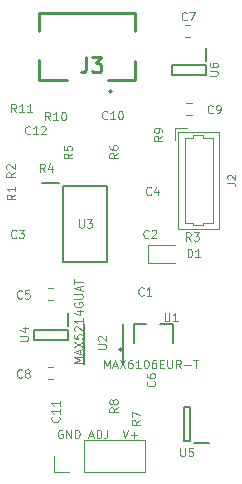
<source format=gbr>
G04 #@! TF.GenerationSoftware,KiCad,Pcbnew,5.0.0-rc2-be01b52~65~ubuntu17.10.1*
G04 #@! TF.CreationDate,2018-07-06T13:28:39-04:00*
G04 #@! TF.ProjectId,pmtcmini-h10770,706D74636D696E692D6831303737302E,rev?*
G04 #@! TF.SameCoordinates,Original*
G04 #@! TF.FileFunction,Legend,Top*
G04 #@! TF.FilePolarity,Positive*
%FSLAX46Y46*%
G04 Gerber Fmt 4.6, Leading zero omitted, Abs format (unit mm)*
G04 Created by KiCad (PCBNEW 5.0.0-rc2-be01b52~65~ubuntu17.10.1) date Fri Jul  6 13:28:39 2018*
%MOMM*%
%LPD*%
G01*
G04 APERTURE LIST*
%ADD10C,0.100000*%
%ADD11C,0.254000*%
%ADD12C,0.120000*%
%ADD13C,0.152400*%
%ADD14C,0.200000*%
G04 APERTURE END LIST*
D10*
X130366666Y-89100000D02*
X130300000Y-89066666D01*
X130200000Y-89066666D01*
X130100000Y-89100000D01*
X130033333Y-89166666D01*
X130000000Y-89233333D01*
X129966666Y-89366666D01*
X129966666Y-89466666D01*
X130000000Y-89600000D01*
X130033333Y-89666666D01*
X130100000Y-89733333D01*
X130200000Y-89766666D01*
X130266666Y-89766666D01*
X130366666Y-89733333D01*
X130400000Y-89700000D01*
X130400000Y-89466666D01*
X130266666Y-89466666D01*
X130700000Y-89766666D02*
X130700000Y-89066666D01*
X131100000Y-89766666D01*
X131100000Y-89066666D01*
X131433333Y-89766666D02*
X131433333Y-89066666D01*
X131600000Y-89066666D01*
X131700000Y-89100000D01*
X131766666Y-89166666D01*
X131800000Y-89233333D01*
X131833333Y-89366666D01*
X131833333Y-89466666D01*
X131800000Y-89600000D01*
X131766666Y-89666666D01*
X131700000Y-89733333D01*
X131600000Y-89766666D01*
X131433333Y-89766666D01*
X132633333Y-89566666D02*
X132966666Y-89566666D01*
X132566666Y-89766666D02*
X132800000Y-89066666D01*
X133033333Y-89766666D01*
X133266666Y-89766666D02*
X133266666Y-89066666D01*
X133433333Y-89066666D01*
X133533333Y-89100000D01*
X133600000Y-89166666D01*
X133633333Y-89233333D01*
X133666666Y-89366666D01*
X133666666Y-89466666D01*
X133633333Y-89600000D01*
X133600000Y-89666666D01*
X133533333Y-89733333D01*
X133433333Y-89766666D01*
X133266666Y-89766666D01*
X134166666Y-89066666D02*
X134166666Y-89566666D01*
X134133333Y-89666666D01*
X134066666Y-89733333D01*
X133966666Y-89766666D01*
X133900000Y-89766666D01*
X135466666Y-89066666D02*
X135700000Y-89766666D01*
X135933333Y-89066666D01*
X136166666Y-89500000D02*
X136700000Y-89500000D01*
X136433333Y-89766666D02*
X136433333Y-89233333D01*
D11*
G04 #@! TO.C,J3*
X134505390Y-60454000D02*
G75*
G03X134505390Y-60454000I-71390J0D01*
G01*
X128420000Y-59425000D02*
X130709000Y-59425000D01*
X136480000Y-59425000D02*
X134264000Y-59425000D01*
X128420000Y-59425000D02*
X128420000Y-57778000D01*
X136480000Y-59425000D02*
X136480000Y-57820000D01*
X136480000Y-53825000D02*
X136480000Y-55328000D01*
X128420000Y-53825000D02*
X128420000Y-55272000D01*
X136480000Y-53825000D02*
X128420000Y-53825000D01*
D12*
G04 #@! TO.C,J2*
X139900000Y-63550000D02*
X139900000Y-64550000D01*
X139900000Y-63550000D02*
X140900000Y-63550000D01*
X143100000Y-71550000D02*
X143100000Y-67950000D01*
X142250000Y-71550000D02*
X143100000Y-71550000D01*
X142250000Y-71750000D02*
X142250000Y-71550000D01*
X141450000Y-71750000D02*
X142250000Y-71750000D01*
X141450000Y-71550000D02*
X141450000Y-71750000D01*
X140700000Y-71550000D02*
X141450000Y-71550000D01*
X140700000Y-67950000D02*
X140700000Y-71550000D01*
X143100000Y-64350000D02*
X143100000Y-67950000D01*
X142250000Y-64350000D02*
X143100000Y-64350000D01*
X142250000Y-64150000D02*
X142250000Y-64350000D01*
X141450000Y-64150000D02*
X142250000Y-64150000D01*
X141450000Y-64350000D02*
X141450000Y-64150000D01*
X140700000Y-64350000D02*
X141450000Y-64350000D01*
X140700000Y-67950000D02*
X140700000Y-64350000D01*
X143610000Y-72060000D02*
X143610000Y-63840000D01*
X140190000Y-72060000D02*
X143610000Y-72060000D01*
X140190000Y-63840000D02*
X140190000Y-72060000D01*
X143610000Y-63840000D02*
X140190000Y-63840000D01*
D13*
G04 #@! TO.C,U2*
X135526400Y-83476400D02*
X135526400Y-80123600D01*
X132173600Y-80123600D02*
X132173600Y-83476400D01*
G04 #@! TO.C,U1*
X135129000Y-82270800D02*
G75*
G02X135383000Y-82270800I127000J0D01*
G01*
X135383000Y-82270800D02*
G75*
G02X135129000Y-82270800I-127000J0D01*
G01*
X136399000Y-80137200D02*
X136399000Y-81762800D01*
X139701000Y-80137200D02*
X138659600Y-80137200D01*
X139701000Y-81762800D02*
X139701000Y-80137200D01*
X137440400Y-80137200D02*
X136399000Y-80137200D01*
D14*
G04 #@! TO.C,U3*
X128625000Y-68150000D02*
X130100000Y-68150000D01*
X130450000Y-74900000D02*
X130450000Y-68400000D01*
X134150000Y-74900000D02*
X130450000Y-74900000D01*
X134150000Y-68400000D02*
X134150000Y-74900000D01*
X130450000Y-68400000D02*
X134150000Y-68400000D01*
G04 #@! TO.C,U6*
X142525000Y-56775000D02*
X142525000Y-57825000D01*
X139600000Y-58175000D02*
X142500000Y-58175000D01*
X139600000Y-59025000D02*
X139600000Y-58175000D01*
X142500000Y-59025000D02*
X139600000Y-59025000D01*
X142500000Y-58175000D02*
X142500000Y-59025000D01*
G04 #@! TO.C,U4*
X130875000Y-79225000D02*
X130875000Y-80275000D01*
X127950000Y-80625000D02*
X130850000Y-80625000D01*
X127950000Y-81475000D02*
X127950000Y-80625000D01*
X130850000Y-81475000D02*
X127950000Y-81475000D01*
X130850000Y-80625000D02*
X130850000Y-81475000D01*
G04 #@! TO.C,U5*
X142775000Y-90200000D02*
X141525000Y-90200000D01*
X141175000Y-87150000D02*
X141175000Y-90050000D01*
X140625000Y-87150000D02*
X141175000Y-87150000D01*
X140625000Y-90050000D02*
X140625000Y-87150000D01*
X141175000Y-90050000D02*
X140625000Y-90050000D01*
D12*
G04 #@! TO.C,C9*
X140855000Y-62410000D02*
X141295000Y-62410000D01*
X140855000Y-61390000D02*
X141295000Y-61390000D01*
G04 #@! TO.C,C8*
X129105000Y-84810000D02*
X129545000Y-84810000D01*
X129105000Y-83790000D02*
X129545000Y-83790000D01*
G04 #@! TO.C,C7*
X140755000Y-55860000D02*
X141195000Y-55860000D01*
X140755000Y-54840000D02*
X141195000Y-54840000D01*
G04 #@! TO.C,C5*
X129155000Y-78110000D02*
X129595000Y-78110000D01*
X129155000Y-77090000D02*
X129595000Y-77090000D01*
G04 #@! TO.C,J1*
X129620000Y-92630000D02*
X129620000Y-91300000D01*
X130950000Y-92630000D02*
X129620000Y-92630000D01*
X132220000Y-92630000D02*
X132220000Y-89970000D01*
X132220000Y-89970000D02*
X137360000Y-89970000D01*
X132220000Y-92630000D02*
X137360000Y-92630000D01*
X137360000Y-92630000D02*
X137360000Y-89970000D01*
G04 #@! TO.C,D1*
X137630000Y-74935000D02*
X139900000Y-74935000D01*
X137630000Y-73415000D02*
X137630000Y-74935000D01*
X139900000Y-73415000D02*
X137630000Y-73415000D01*
G04 #@! TO.C,R10*
D10*
X129325000Y-62866666D02*
X129091666Y-62533333D01*
X128925000Y-62866666D02*
X128925000Y-62166666D01*
X129191666Y-62166666D01*
X129258333Y-62200000D01*
X129291666Y-62233333D01*
X129325000Y-62300000D01*
X129325000Y-62400000D01*
X129291666Y-62466666D01*
X129258333Y-62500000D01*
X129191666Y-62533333D01*
X128925000Y-62533333D01*
X129991666Y-62866666D02*
X129591666Y-62866666D01*
X129791666Y-62866666D02*
X129791666Y-62166666D01*
X129725000Y-62266666D01*
X129658333Y-62333333D01*
X129591666Y-62366666D01*
X130425000Y-62166666D02*
X130491666Y-62166666D01*
X130558333Y-62200000D01*
X130591666Y-62233333D01*
X130625000Y-62300000D01*
X130658333Y-62433333D01*
X130658333Y-62600000D01*
X130625000Y-62733333D01*
X130591666Y-62800000D01*
X130558333Y-62833333D01*
X130491666Y-62866666D01*
X130425000Y-62866666D01*
X130358333Y-62833333D01*
X130325000Y-62800000D01*
X130291666Y-62733333D01*
X130258333Y-62600000D01*
X130258333Y-62433333D01*
X130291666Y-62300000D01*
X130325000Y-62233333D01*
X130358333Y-62200000D01*
X130425000Y-62166666D01*
G04 #@! TO.C,R9*
X138816666Y-64191666D02*
X138483333Y-64425000D01*
X138816666Y-64591666D02*
X138116666Y-64591666D01*
X138116666Y-64325000D01*
X138150000Y-64258333D01*
X138183333Y-64225000D01*
X138250000Y-64191666D01*
X138350000Y-64191666D01*
X138416666Y-64225000D01*
X138450000Y-64258333D01*
X138483333Y-64325000D01*
X138483333Y-64591666D01*
X138816666Y-63858333D02*
X138816666Y-63725000D01*
X138783333Y-63658333D01*
X138750000Y-63625000D01*
X138650000Y-63558333D01*
X138516666Y-63525000D01*
X138250000Y-63525000D01*
X138183333Y-63558333D01*
X138150000Y-63591666D01*
X138116666Y-63658333D01*
X138116666Y-63791666D01*
X138150000Y-63858333D01*
X138183333Y-63891666D01*
X138250000Y-63925000D01*
X138416666Y-63925000D01*
X138483333Y-63891666D01*
X138516666Y-63858333D01*
X138550000Y-63791666D01*
X138550000Y-63658333D01*
X138516666Y-63591666D01*
X138483333Y-63558333D01*
X138416666Y-63525000D01*
G04 #@! TO.C,R11*
X126450000Y-62191666D02*
X126216666Y-61858333D01*
X126050000Y-62191666D02*
X126050000Y-61491666D01*
X126316666Y-61491666D01*
X126383333Y-61525000D01*
X126416666Y-61558333D01*
X126450000Y-61625000D01*
X126450000Y-61725000D01*
X126416666Y-61791666D01*
X126383333Y-61825000D01*
X126316666Y-61858333D01*
X126050000Y-61858333D01*
X127116666Y-62191666D02*
X126716666Y-62191666D01*
X126916666Y-62191666D02*
X126916666Y-61491666D01*
X126850000Y-61591666D01*
X126783333Y-61658333D01*
X126716666Y-61691666D01*
X127783333Y-62191666D02*
X127383333Y-62191666D01*
X127583333Y-62191666D02*
X127583333Y-61491666D01*
X127516666Y-61591666D01*
X127450000Y-61658333D01*
X127383333Y-61691666D01*
G04 #@! TO.C,J3*
D11*
X132381666Y-57549523D02*
X132381666Y-58456666D01*
X132321190Y-58638095D01*
X132200238Y-58759047D01*
X132018809Y-58819523D01*
X131897857Y-58819523D01*
X132865476Y-57549523D02*
X133651666Y-57549523D01*
X133228333Y-58033333D01*
X133409761Y-58033333D01*
X133530714Y-58093809D01*
X133591190Y-58154285D01*
X133651666Y-58275238D01*
X133651666Y-58577619D01*
X133591190Y-58698571D01*
X133530714Y-58759047D01*
X133409761Y-58819523D01*
X133046904Y-58819523D01*
X132925952Y-58759047D01*
X132865476Y-58698571D01*
G04 #@! TO.C,R8*
D10*
X135041666Y-87166666D02*
X134708333Y-87400000D01*
X135041666Y-87566666D02*
X134341666Y-87566666D01*
X134341666Y-87300000D01*
X134375000Y-87233333D01*
X134408333Y-87200000D01*
X134475000Y-87166666D01*
X134575000Y-87166666D01*
X134641666Y-87200000D01*
X134675000Y-87233333D01*
X134708333Y-87300000D01*
X134708333Y-87566666D01*
X134641666Y-86766666D02*
X134608333Y-86833333D01*
X134575000Y-86866666D01*
X134508333Y-86900000D01*
X134475000Y-86900000D01*
X134408333Y-86866666D01*
X134375000Y-86833333D01*
X134341666Y-86766666D01*
X134341666Y-86633333D01*
X134375000Y-86566666D01*
X134408333Y-86533333D01*
X134475000Y-86500000D01*
X134508333Y-86500000D01*
X134575000Y-86533333D01*
X134608333Y-86566666D01*
X134641666Y-86633333D01*
X134641666Y-86766666D01*
X134675000Y-86833333D01*
X134708333Y-86866666D01*
X134775000Y-86900000D01*
X134908333Y-86900000D01*
X134975000Y-86866666D01*
X135008333Y-86833333D01*
X135041666Y-86766666D01*
X135041666Y-86633333D01*
X135008333Y-86566666D01*
X134975000Y-86533333D01*
X134908333Y-86500000D01*
X134775000Y-86500000D01*
X134708333Y-86533333D01*
X134675000Y-86566666D01*
X134641666Y-86633333D01*
G04 #@! TO.C,J2*
X144316666Y-68183333D02*
X144816666Y-68183333D01*
X144916666Y-68216666D01*
X144983333Y-68283333D01*
X145016666Y-68383333D01*
X145016666Y-68450000D01*
X144383333Y-67883333D02*
X144350000Y-67850000D01*
X144316666Y-67783333D01*
X144316666Y-67616666D01*
X144350000Y-67550000D01*
X144383333Y-67516666D01*
X144450000Y-67483333D01*
X144516666Y-67483333D01*
X144616666Y-67516666D01*
X145016666Y-67916666D01*
X145016666Y-67483333D01*
G04 #@! TO.C,U2*
X133366666Y-82233333D02*
X133933333Y-82233333D01*
X134000000Y-82200000D01*
X134033333Y-82166666D01*
X134066666Y-82100000D01*
X134066666Y-81966666D01*
X134033333Y-81900000D01*
X134000000Y-81866666D01*
X133933333Y-81833333D01*
X133366666Y-81833333D01*
X133433333Y-81533333D02*
X133400000Y-81500000D01*
X133366666Y-81433333D01*
X133366666Y-81266666D01*
X133400000Y-81200000D01*
X133433333Y-81166666D01*
X133500000Y-81133333D01*
X133566666Y-81133333D01*
X133666666Y-81166666D01*
X134066666Y-81566666D01*
X134066666Y-81133333D01*
X132071526Y-83411943D02*
X131371526Y-83411943D01*
X131871526Y-83178610D01*
X131371526Y-82945276D01*
X132071526Y-82945276D01*
X131871526Y-82645276D02*
X131871526Y-82311943D01*
X132071526Y-82711943D02*
X131371526Y-82478610D01*
X132071526Y-82245276D01*
X131371526Y-82078610D02*
X132071526Y-81611943D01*
X131371526Y-81611943D02*
X132071526Y-82078610D01*
X131371526Y-81011943D02*
X131371526Y-81345276D01*
X131704860Y-81378610D01*
X131671526Y-81345276D01*
X131638193Y-81278610D01*
X131638193Y-81111943D01*
X131671526Y-81045276D01*
X131704860Y-81011943D01*
X131771526Y-80978610D01*
X131938193Y-80978610D01*
X132004860Y-81011943D01*
X132038193Y-81045276D01*
X132071526Y-81111943D01*
X132071526Y-81278610D01*
X132038193Y-81345276D01*
X132004860Y-81378610D01*
X131438193Y-80711943D02*
X131404860Y-80678610D01*
X131371526Y-80611943D01*
X131371526Y-80445276D01*
X131404860Y-80378610D01*
X131438193Y-80345276D01*
X131504860Y-80311943D01*
X131571526Y-80311943D01*
X131671526Y-80345276D01*
X132071526Y-80745276D01*
X132071526Y-80311943D01*
X132071526Y-79645276D02*
X132071526Y-80045276D01*
X132071526Y-79845276D02*
X131371526Y-79845276D01*
X131471526Y-79911943D01*
X131538193Y-79978610D01*
X131571526Y-80045276D01*
X131604860Y-79045276D02*
X132071526Y-79045276D01*
X131338193Y-79211943D02*
X131838193Y-79378610D01*
X131838193Y-78945276D01*
X131404860Y-78311943D02*
X131371526Y-78378610D01*
X131371526Y-78478610D01*
X131404860Y-78578610D01*
X131471526Y-78645276D01*
X131538193Y-78678610D01*
X131671526Y-78711943D01*
X131771526Y-78711943D01*
X131904860Y-78678610D01*
X131971526Y-78645276D01*
X132038193Y-78578610D01*
X132071526Y-78478610D01*
X132071526Y-78411943D01*
X132038193Y-78311943D01*
X132004860Y-78278610D01*
X131771526Y-78278610D01*
X131771526Y-78411943D01*
X131371526Y-77978610D02*
X131938193Y-77978610D01*
X132004860Y-77945276D01*
X132038193Y-77911943D01*
X132071526Y-77845276D01*
X132071526Y-77711943D01*
X132038193Y-77645276D01*
X132004860Y-77611943D01*
X131938193Y-77578610D01*
X131371526Y-77578610D01*
X131871526Y-77278610D02*
X131871526Y-76945276D01*
X132071526Y-77345276D02*
X131371526Y-77111943D01*
X132071526Y-76878610D01*
X131371526Y-76745276D02*
X131371526Y-76345276D01*
X132071526Y-76545276D02*
X131371526Y-76545276D01*
G04 #@! TO.C,U1*
X139016666Y-79166666D02*
X139016666Y-79733333D01*
X139050000Y-79800000D01*
X139083333Y-79833333D01*
X139150000Y-79866666D01*
X139283333Y-79866666D01*
X139350000Y-79833333D01*
X139383333Y-79800000D01*
X139416666Y-79733333D01*
X139416666Y-79166666D01*
X140116666Y-79866666D02*
X139716666Y-79866666D01*
X139916666Y-79866666D02*
X139916666Y-79166666D01*
X139850000Y-79266666D01*
X139783333Y-79333333D01*
X139716666Y-79366666D01*
X133886960Y-83846496D02*
X133886960Y-83146496D01*
X134120294Y-83646496D01*
X134353627Y-83146496D01*
X134353627Y-83846496D01*
X134653627Y-83646496D02*
X134986960Y-83646496D01*
X134586960Y-83846496D02*
X134820294Y-83146496D01*
X135053627Y-83846496D01*
X135220294Y-83146496D02*
X135686960Y-83846496D01*
X135686960Y-83146496D02*
X135220294Y-83846496D01*
X136253627Y-83146496D02*
X136120294Y-83146496D01*
X136053627Y-83179830D01*
X136020294Y-83213163D01*
X135953627Y-83313163D01*
X135920294Y-83446496D01*
X135920294Y-83713163D01*
X135953627Y-83779830D01*
X135986960Y-83813163D01*
X136053627Y-83846496D01*
X136186960Y-83846496D01*
X136253627Y-83813163D01*
X136286960Y-83779830D01*
X136320294Y-83713163D01*
X136320294Y-83546496D01*
X136286960Y-83479830D01*
X136253627Y-83446496D01*
X136186960Y-83413163D01*
X136053627Y-83413163D01*
X135986960Y-83446496D01*
X135953627Y-83479830D01*
X135920294Y-83546496D01*
X136986960Y-83846496D02*
X136586960Y-83846496D01*
X136786960Y-83846496D02*
X136786960Y-83146496D01*
X136720294Y-83246496D01*
X136653627Y-83313163D01*
X136586960Y-83346496D01*
X137420294Y-83146496D02*
X137486960Y-83146496D01*
X137553627Y-83179830D01*
X137586960Y-83213163D01*
X137620294Y-83279830D01*
X137653627Y-83413163D01*
X137653627Y-83579830D01*
X137620294Y-83713163D01*
X137586960Y-83779830D01*
X137553627Y-83813163D01*
X137486960Y-83846496D01*
X137420294Y-83846496D01*
X137353627Y-83813163D01*
X137320294Y-83779830D01*
X137286960Y-83713163D01*
X137253627Y-83579830D01*
X137253627Y-83413163D01*
X137286960Y-83279830D01*
X137320294Y-83213163D01*
X137353627Y-83179830D01*
X137420294Y-83146496D01*
X138253627Y-83146496D02*
X138120294Y-83146496D01*
X138053627Y-83179830D01*
X138020294Y-83213163D01*
X137953627Y-83313163D01*
X137920294Y-83446496D01*
X137920294Y-83713163D01*
X137953627Y-83779830D01*
X137986960Y-83813163D01*
X138053627Y-83846496D01*
X138186960Y-83846496D01*
X138253627Y-83813163D01*
X138286960Y-83779830D01*
X138320294Y-83713163D01*
X138320294Y-83546496D01*
X138286960Y-83479830D01*
X138253627Y-83446496D01*
X138186960Y-83413163D01*
X138053627Y-83413163D01*
X137986960Y-83446496D01*
X137953627Y-83479830D01*
X137920294Y-83546496D01*
X138620294Y-83479830D02*
X138853627Y-83479830D01*
X138953627Y-83846496D02*
X138620294Y-83846496D01*
X138620294Y-83146496D01*
X138953627Y-83146496D01*
X139253627Y-83146496D02*
X139253627Y-83713163D01*
X139286960Y-83779830D01*
X139320294Y-83813163D01*
X139386960Y-83846496D01*
X139520294Y-83846496D01*
X139586960Y-83813163D01*
X139620294Y-83779830D01*
X139653627Y-83713163D01*
X139653627Y-83146496D01*
X140386960Y-83846496D02*
X140153627Y-83513163D01*
X139986960Y-83846496D02*
X139986960Y-83146496D01*
X140253627Y-83146496D01*
X140320294Y-83179830D01*
X140353627Y-83213163D01*
X140386960Y-83279830D01*
X140386960Y-83379830D01*
X140353627Y-83446496D01*
X140320294Y-83479830D01*
X140253627Y-83513163D01*
X139986960Y-83513163D01*
X140686960Y-83579830D02*
X141220294Y-83579830D01*
X141453627Y-83146496D02*
X141853627Y-83146496D01*
X141653627Y-83846496D02*
X141653627Y-83146496D01*
G04 #@! TO.C,U3*
X131766666Y-71266666D02*
X131766666Y-71833333D01*
X131800000Y-71900000D01*
X131833333Y-71933333D01*
X131900000Y-71966666D01*
X132033333Y-71966666D01*
X132100000Y-71933333D01*
X132133333Y-71900000D01*
X132166666Y-71833333D01*
X132166666Y-71266666D01*
X132433333Y-71266666D02*
X132866666Y-71266666D01*
X132633333Y-71533333D01*
X132733333Y-71533333D01*
X132800000Y-71566666D01*
X132833333Y-71600000D01*
X132866666Y-71666666D01*
X132866666Y-71833333D01*
X132833333Y-71900000D01*
X132800000Y-71933333D01*
X132733333Y-71966666D01*
X132533333Y-71966666D01*
X132466666Y-71933333D01*
X132433333Y-71900000D01*
G04 #@! TO.C,U6*
X142816666Y-59083333D02*
X143383333Y-59083333D01*
X143450000Y-59050000D01*
X143483333Y-59016666D01*
X143516666Y-58950000D01*
X143516666Y-58816666D01*
X143483333Y-58750000D01*
X143450000Y-58716666D01*
X143383333Y-58683333D01*
X142816666Y-58683333D01*
X142816666Y-58050000D02*
X142816666Y-58183333D01*
X142850000Y-58250000D01*
X142883333Y-58283333D01*
X142983333Y-58350000D01*
X143116666Y-58383333D01*
X143383333Y-58383333D01*
X143450000Y-58350000D01*
X143483333Y-58316666D01*
X143516666Y-58250000D01*
X143516666Y-58116666D01*
X143483333Y-58050000D01*
X143450000Y-58016666D01*
X143383333Y-57983333D01*
X143216666Y-57983333D01*
X143150000Y-58016666D01*
X143116666Y-58050000D01*
X143083333Y-58116666D01*
X143083333Y-58250000D01*
X143116666Y-58316666D01*
X143150000Y-58350000D01*
X143216666Y-58383333D01*
G04 #@! TO.C,U4*
X126766666Y-81533333D02*
X127333333Y-81533333D01*
X127400000Y-81500000D01*
X127433333Y-81466666D01*
X127466666Y-81400000D01*
X127466666Y-81266666D01*
X127433333Y-81200000D01*
X127400000Y-81166666D01*
X127333333Y-81133333D01*
X126766666Y-81133333D01*
X127000000Y-80500000D02*
X127466666Y-80500000D01*
X126733333Y-80666666D02*
X127233333Y-80833333D01*
X127233333Y-80400000D01*
G04 #@! TO.C,U5*
X140341666Y-90616666D02*
X140341666Y-91183333D01*
X140375000Y-91250000D01*
X140408333Y-91283333D01*
X140475000Y-91316666D01*
X140608333Y-91316666D01*
X140675000Y-91283333D01*
X140708333Y-91250000D01*
X140741666Y-91183333D01*
X140741666Y-90616666D01*
X141408333Y-90616666D02*
X141075000Y-90616666D01*
X141041666Y-90950000D01*
X141075000Y-90916666D01*
X141141666Y-90883333D01*
X141308333Y-90883333D01*
X141375000Y-90916666D01*
X141408333Y-90950000D01*
X141441666Y-91016666D01*
X141441666Y-91183333D01*
X141408333Y-91250000D01*
X141375000Y-91283333D01*
X141308333Y-91316666D01*
X141141666Y-91316666D01*
X141075000Y-91283333D01*
X141041666Y-91250000D01*
G04 #@! TO.C,C12*
X127625000Y-64000000D02*
X127591666Y-64033333D01*
X127491666Y-64066666D01*
X127425000Y-64066666D01*
X127325000Y-64033333D01*
X127258333Y-63966666D01*
X127225000Y-63900000D01*
X127191666Y-63766666D01*
X127191666Y-63666666D01*
X127225000Y-63533333D01*
X127258333Y-63466666D01*
X127325000Y-63400000D01*
X127425000Y-63366666D01*
X127491666Y-63366666D01*
X127591666Y-63400000D01*
X127625000Y-63433333D01*
X128291666Y-64066666D02*
X127891666Y-64066666D01*
X128091666Y-64066666D02*
X128091666Y-63366666D01*
X128025000Y-63466666D01*
X127958333Y-63533333D01*
X127891666Y-63566666D01*
X128558333Y-63433333D02*
X128591666Y-63400000D01*
X128658333Y-63366666D01*
X128825000Y-63366666D01*
X128891666Y-63400000D01*
X128925000Y-63433333D01*
X128958333Y-63500000D01*
X128958333Y-63566666D01*
X128925000Y-63666666D01*
X128525000Y-64066666D01*
X128958333Y-64066666D01*
G04 #@! TO.C,C11*
X130050000Y-87975000D02*
X130083333Y-88008333D01*
X130116666Y-88108333D01*
X130116666Y-88175000D01*
X130083333Y-88275000D01*
X130016666Y-88341666D01*
X129950000Y-88375000D01*
X129816666Y-88408333D01*
X129716666Y-88408333D01*
X129583333Y-88375000D01*
X129516666Y-88341666D01*
X129450000Y-88275000D01*
X129416666Y-88175000D01*
X129416666Y-88108333D01*
X129450000Y-88008333D01*
X129483333Y-87975000D01*
X130116666Y-87308333D02*
X130116666Y-87708333D01*
X130116666Y-87508333D02*
X129416666Y-87508333D01*
X129516666Y-87575000D01*
X129583333Y-87641666D01*
X129616666Y-87708333D01*
X130116666Y-86641666D02*
X130116666Y-87041666D01*
X130116666Y-86841666D02*
X129416666Y-86841666D01*
X129516666Y-86908333D01*
X129583333Y-86975000D01*
X129616666Y-87041666D01*
G04 #@! TO.C,C10*
X134150000Y-62725000D02*
X134116666Y-62758333D01*
X134016666Y-62791666D01*
X133950000Y-62791666D01*
X133850000Y-62758333D01*
X133783333Y-62691666D01*
X133750000Y-62625000D01*
X133716666Y-62491666D01*
X133716666Y-62391666D01*
X133750000Y-62258333D01*
X133783333Y-62191666D01*
X133850000Y-62125000D01*
X133950000Y-62091666D01*
X134016666Y-62091666D01*
X134116666Y-62125000D01*
X134150000Y-62158333D01*
X134816666Y-62791666D02*
X134416666Y-62791666D01*
X134616666Y-62791666D02*
X134616666Y-62091666D01*
X134550000Y-62191666D01*
X134483333Y-62258333D01*
X134416666Y-62291666D01*
X135250000Y-62091666D02*
X135316666Y-62091666D01*
X135383333Y-62125000D01*
X135416666Y-62158333D01*
X135450000Y-62225000D01*
X135483333Y-62358333D01*
X135483333Y-62525000D01*
X135450000Y-62658333D01*
X135416666Y-62725000D01*
X135383333Y-62758333D01*
X135316666Y-62791666D01*
X135250000Y-62791666D01*
X135183333Y-62758333D01*
X135150000Y-62725000D01*
X135116666Y-62658333D01*
X135083333Y-62525000D01*
X135083333Y-62358333D01*
X135116666Y-62225000D01*
X135150000Y-62158333D01*
X135183333Y-62125000D01*
X135250000Y-62091666D01*
G04 #@! TO.C,C6*
X138150000Y-84966666D02*
X138183333Y-85000000D01*
X138216666Y-85100000D01*
X138216666Y-85166666D01*
X138183333Y-85266666D01*
X138116666Y-85333333D01*
X138050000Y-85366666D01*
X137916666Y-85400000D01*
X137816666Y-85400000D01*
X137683333Y-85366666D01*
X137616666Y-85333333D01*
X137550000Y-85266666D01*
X137516666Y-85166666D01*
X137516666Y-85100000D01*
X137550000Y-85000000D01*
X137583333Y-84966666D01*
X137516666Y-84366666D02*
X137516666Y-84500000D01*
X137550000Y-84566666D01*
X137583333Y-84600000D01*
X137683333Y-84666666D01*
X137816666Y-84700000D01*
X138083333Y-84700000D01*
X138150000Y-84666666D01*
X138183333Y-84633333D01*
X138216666Y-84566666D01*
X138216666Y-84433333D01*
X138183333Y-84366666D01*
X138150000Y-84333333D01*
X138083333Y-84300000D01*
X137916666Y-84300000D01*
X137850000Y-84333333D01*
X137816666Y-84366666D01*
X137783333Y-84433333D01*
X137783333Y-84566666D01*
X137816666Y-84633333D01*
X137850000Y-84666666D01*
X137916666Y-84700000D01*
G04 #@! TO.C,C4*
X137858333Y-69150000D02*
X137825000Y-69183333D01*
X137725000Y-69216666D01*
X137658333Y-69216666D01*
X137558333Y-69183333D01*
X137491666Y-69116666D01*
X137458333Y-69050000D01*
X137425000Y-68916666D01*
X137425000Y-68816666D01*
X137458333Y-68683333D01*
X137491666Y-68616666D01*
X137558333Y-68550000D01*
X137658333Y-68516666D01*
X137725000Y-68516666D01*
X137825000Y-68550000D01*
X137858333Y-68583333D01*
X138458333Y-68750000D02*
X138458333Y-69216666D01*
X138291666Y-68483333D02*
X138125000Y-68983333D01*
X138558333Y-68983333D01*
G04 #@! TO.C,C3*
X126433333Y-72775000D02*
X126400000Y-72808333D01*
X126300000Y-72841666D01*
X126233333Y-72841666D01*
X126133333Y-72808333D01*
X126066666Y-72741666D01*
X126033333Y-72675000D01*
X126000000Y-72541666D01*
X126000000Y-72441666D01*
X126033333Y-72308333D01*
X126066666Y-72241666D01*
X126133333Y-72175000D01*
X126233333Y-72141666D01*
X126300000Y-72141666D01*
X126400000Y-72175000D01*
X126433333Y-72208333D01*
X126666666Y-72141666D02*
X127100000Y-72141666D01*
X126866666Y-72408333D01*
X126966666Y-72408333D01*
X127033333Y-72441666D01*
X127066666Y-72475000D01*
X127100000Y-72541666D01*
X127100000Y-72708333D01*
X127066666Y-72775000D01*
X127033333Y-72808333D01*
X126966666Y-72841666D01*
X126766666Y-72841666D01*
X126700000Y-72808333D01*
X126666666Y-72775000D01*
G04 #@! TO.C,C1*
X137233333Y-77650000D02*
X137200000Y-77683333D01*
X137100000Y-77716666D01*
X137033333Y-77716666D01*
X136933333Y-77683333D01*
X136866666Y-77616666D01*
X136833333Y-77550000D01*
X136800000Y-77416666D01*
X136800000Y-77316666D01*
X136833333Y-77183333D01*
X136866666Y-77116666D01*
X136933333Y-77050000D01*
X137033333Y-77016666D01*
X137100000Y-77016666D01*
X137200000Y-77050000D01*
X137233333Y-77083333D01*
X137900000Y-77716666D02*
X137500000Y-77716666D01*
X137700000Y-77716666D02*
X137700000Y-77016666D01*
X137633333Y-77116666D01*
X137566666Y-77183333D01*
X137500000Y-77216666D01*
G04 #@! TO.C,C2*
X137658333Y-72775000D02*
X137625000Y-72808333D01*
X137525000Y-72841666D01*
X137458333Y-72841666D01*
X137358333Y-72808333D01*
X137291666Y-72741666D01*
X137258333Y-72675000D01*
X137225000Y-72541666D01*
X137225000Y-72441666D01*
X137258333Y-72308333D01*
X137291666Y-72241666D01*
X137358333Y-72175000D01*
X137458333Y-72141666D01*
X137525000Y-72141666D01*
X137625000Y-72175000D01*
X137658333Y-72208333D01*
X137925000Y-72208333D02*
X137958333Y-72175000D01*
X138025000Y-72141666D01*
X138191666Y-72141666D01*
X138258333Y-72175000D01*
X138291666Y-72208333D01*
X138325000Y-72275000D01*
X138325000Y-72341666D01*
X138291666Y-72441666D01*
X137891666Y-72841666D01*
X138325000Y-72841666D01*
G04 #@! TO.C,C9*
X143083333Y-62225000D02*
X143050000Y-62258333D01*
X142950000Y-62291666D01*
X142883333Y-62291666D01*
X142783333Y-62258333D01*
X142716666Y-62191666D01*
X142683333Y-62125000D01*
X142650000Y-61991666D01*
X142650000Y-61891666D01*
X142683333Y-61758333D01*
X142716666Y-61691666D01*
X142783333Y-61625000D01*
X142883333Y-61591666D01*
X142950000Y-61591666D01*
X143050000Y-61625000D01*
X143083333Y-61658333D01*
X143416666Y-62291666D02*
X143550000Y-62291666D01*
X143616666Y-62258333D01*
X143650000Y-62225000D01*
X143716666Y-62125000D01*
X143750000Y-61991666D01*
X143750000Y-61725000D01*
X143716666Y-61658333D01*
X143683333Y-61625000D01*
X143616666Y-61591666D01*
X143483333Y-61591666D01*
X143416666Y-61625000D01*
X143383333Y-61658333D01*
X143350000Y-61725000D01*
X143350000Y-61891666D01*
X143383333Y-61958333D01*
X143416666Y-61991666D01*
X143483333Y-62025000D01*
X143616666Y-62025000D01*
X143683333Y-61991666D01*
X143716666Y-61958333D01*
X143750000Y-61891666D01*
G04 #@! TO.C,C8*
X126933333Y-84600000D02*
X126900000Y-84633333D01*
X126800000Y-84666666D01*
X126733333Y-84666666D01*
X126633333Y-84633333D01*
X126566666Y-84566666D01*
X126533333Y-84500000D01*
X126500000Y-84366666D01*
X126500000Y-84266666D01*
X126533333Y-84133333D01*
X126566666Y-84066666D01*
X126633333Y-84000000D01*
X126733333Y-83966666D01*
X126800000Y-83966666D01*
X126900000Y-84000000D01*
X126933333Y-84033333D01*
X127333333Y-84266666D02*
X127266666Y-84233333D01*
X127233333Y-84200000D01*
X127200000Y-84133333D01*
X127200000Y-84100000D01*
X127233333Y-84033333D01*
X127266666Y-84000000D01*
X127333333Y-83966666D01*
X127466666Y-83966666D01*
X127533333Y-84000000D01*
X127566666Y-84033333D01*
X127600000Y-84100000D01*
X127600000Y-84133333D01*
X127566666Y-84200000D01*
X127533333Y-84233333D01*
X127466666Y-84266666D01*
X127333333Y-84266666D01*
X127266666Y-84300000D01*
X127233333Y-84333333D01*
X127200000Y-84400000D01*
X127200000Y-84533333D01*
X127233333Y-84600000D01*
X127266666Y-84633333D01*
X127333333Y-84666666D01*
X127466666Y-84666666D01*
X127533333Y-84633333D01*
X127566666Y-84600000D01*
X127600000Y-84533333D01*
X127600000Y-84400000D01*
X127566666Y-84333333D01*
X127533333Y-84300000D01*
X127466666Y-84266666D01*
G04 #@! TO.C,C7*
X140883333Y-54350000D02*
X140850000Y-54383333D01*
X140750000Y-54416666D01*
X140683333Y-54416666D01*
X140583333Y-54383333D01*
X140516666Y-54316666D01*
X140483333Y-54250000D01*
X140450000Y-54116666D01*
X140450000Y-54016666D01*
X140483333Y-53883333D01*
X140516666Y-53816666D01*
X140583333Y-53750000D01*
X140683333Y-53716666D01*
X140750000Y-53716666D01*
X140850000Y-53750000D01*
X140883333Y-53783333D01*
X141116666Y-53716666D02*
X141583333Y-53716666D01*
X141283333Y-54416666D01*
G04 #@! TO.C,C5*
X126933333Y-77900000D02*
X126900000Y-77933333D01*
X126800000Y-77966666D01*
X126733333Y-77966666D01*
X126633333Y-77933333D01*
X126566666Y-77866666D01*
X126533333Y-77800000D01*
X126500000Y-77666666D01*
X126500000Y-77566666D01*
X126533333Y-77433333D01*
X126566666Y-77366666D01*
X126633333Y-77300000D01*
X126733333Y-77266666D01*
X126800000Y-77266666D01*
X126900000Y-77300000D01*
X126933333Y-77333333D01*
X127566666Y-77266666D02*
X127233333Y-77266666D01*
X127200000Y-77600000D01*
X127233333Y-77566666D01*
X127300000Y-77533333D01*
X127466666Y-77533333D01*
X127533333Y-77566666D01*
X127566666Y-77600000D01*
X127600000Y-77666666D01*
X127600000Y-77833333D01*
X127566666Y-77900000D01*
X127533333Y-77933333D01*
X127466666Y-77966666D01*
X127300000Y-77966666D01*
X127233333Y-77933333D01*
X127200000Y-77900000D01*
G04 #@! TO.C,D1*
X140958333Y-74441666D02*
X140958333Y-73741666D01*
X141125000Y-73741666D01*
X141225000Y-73775000D01*
X141291666Y-73841666D01*
X141325000Y-73908333D01*
X141358333Y-74041666D01*
X141358333Y-74141666D01*
X141325000Y-74275000D01*
X141291666Y-74341666D01*
X141225000Y-74408333D01*
X141125000Y-74441666D01*
X140958333Y-74441666D01*
X142025000Y-74441666D02*
X141625000Y-74441666D01*
X141825000Y-74441666D02*
X141825000Y-73741666D01*
X141758333Y-73841666D01*
X141691666Y-73908333D01*
X141625000Y-73941666D01*
G04 #@! TO.C,R7*
X136916666Y-88254166D02*
X136583333Y-88487500D01*
X136916666Y-88654166D02*
X136216666Y-88654166D01*
X136216666Y-88387500D01*
X136250000Y-88320833D01*
X136283333Y-88287500D01*
X136350000Y-88254166D01*
X136450000Y-88254166D01*
X136516666Y-88287500D01*
X136550000Y-88320833D01*
X136583333Y-88387500D01*
X136583333Y-88654166D01*
X136216666Y-88020833D02*
X136216666Y-87554166D01*
X136916666Y-87854166D01*
G04 #@! TO.C,R1*
X126341666Y-69166666D02*
X126008333Y-69400000D01*
X126341666Y-69566666D02*
X125641666Y-69566666D01*
X125641666Y-69300000D01*
X125675000Y-69233333D01*
X125708333Y-69200000D01*
X125775000Y-69166666D01*
X125875000Y-69166666D01*
X125941666Y-69200000D01*
X125975000Y-69233333D01*
X126008333Y-69300000D01*
X126008333Y-69566666D01*
X126341666Y-68500000D02*
X126341666Y-68900000D01*
X126341666Y-68700000D02*
X125641666Y-68700000D01*
X125741666Y-68766666D01*
X125808333Y-68833333D01*
X125841666Y-68900000D01*
G04 #@! TO.C,R2*
X126316666Y-67266666D02*
X125983333Y-67500000D01*
X126316666Y-67666666D02*
X125616666Y-67666666D01*
X125616666Y-67400000D01*
X125650000Y-67333333D01*
X125683333Y-67300000D01*
X125750000Y-67266666D01*
X125850000Y-67266666D01*
X125916666Y-67300000D01*
X125950000Y-67333333D01*
X125983333Y-67400000D01*
X125983333Y-67666666D01*
X125683333Y-67000000D02*
X125650000Y-66966666D01*
X125616666Y-66900000D01*
X125616666Y-66733333D01*
X125650000Y-66666666D01*
X125683333Y-66633333D01*
X125750000Y-66600000D01*
X125816666Y-66600000D01*
X125916666Y-66633333D01*
X126316666Y-67033333D01*
X126316666Y-66600000D01*
G04 #@! TO.C,R3*
X141233333Y-73066666D02*
X141000000Y-72733333D01*
X140833333Y-73066666D02*
X140833333Y-72366666D01*
X141100000Y-72366666D01*
X141166666Y-72400000D01*
X141200000Y-72433333D01*
X141233333Y-72500000D01*
X141233333Y-72600000D01*
X141200000Y-72666666D01*
X141166666Y-72700000D01*
X141100000Y-72733333D01*
X140833333Y-72733333D01*
X141466666Y-72366666D02*
X141900000Y-72366666D01*
X141666666Y-72633333D01*
X141766666Y-72633333D01*
X141833333Y-72666666D01*
X141866666Y-72700000D01*
X141900000Y-72766666D01*
X141900000Y-72933333D01*
X141866666Y-73000000D01*
X141833333Y-73033333D01*
X141766666Y-73066666D01*
X141566666Y-73066666D01*
X141500000Y-73033333D01*
X141466666Y-73000000D01*
G04 #@! TO.C,R4*
X128858333Y-67241666D02*
X128625000Y-66908333D01*
X128458333Y-67241666D02*
X128458333Y-66541666D01*
X128725000Y-66541666D01*
X128791666Y-66575000D01*
X128825000Y-66608333D01*
X128858333Y-66675000D01*
X128858333Y-66775000D01*
X128825000Y-66841666D01*
X128791666Y-66875000D01*
X128725000Y-66908333D01*
X128458333Y-66908333D01*
X129458333Y-66775000D02*
X129458333Y-67241666D01*
X129291666Y-66508333D02*
X129125000Y-67008333D01*
X129558333Y-67008333D01*
G04 #@! TO.C,R5*
X131191666Y-65691666D02*
X130858333Y-65925000D01*
X131191666Y-66091666D02*
X130491666Y-66091666D01*
X130491666Y-65825000D01*
X130525000Y-65758333D01*
X130558333Y-65725000D01*
X130625000Y-65691666D01*
X130725000Y-65691666D01*
X130791666Y-65725000D01*
X130825000Y-65758333D01*
X130858333Y-65825000D01*
X130858333Y-66091666D01*
X130491666Y-65058333D02*
X130491666Y-65391666D01*
X130825000Y-65425000D01*
X130791666Y-65391666D01*
X130758333Y-65325000D01*
X130758333Y-65158333D01*
X130791666Y-65091666D01*
X130825000Y-65058333D01*
X130891666Y-65025000D01*
X131058333Y-65025000D01*
X131125000Y-65058333D01*
X131158333Y-65091666D01*
X131191666Y-65158333D01*
X131191666Y-65325000D01*
X131158333Y-65391666D01*
X131125000Y-65425000D01*
G04 #@! TO.C,R6*
X135041666Y-65641666D02*
X134708333Y-65875000D01*
X135041666Y-66041666D02*
X134341666Y-66041666D01*
X134341666Y-65775000D01*
X134375000Y-65708333D01*
X134408333Y-65675000D01*
X134475000Y-65641666D01*
X134575000Y-65641666D01*
X134641666Y-65675000D01*
X134675000Y-65708333D01*
X134708333Y-65775000D01*
X134708333Y-66041666D01*
X134341666Y-65041666D02*
X134341666Y-65175000D01*
X134375000Y-65241666D01*
X134408333Y-65275000D01*
X134508333Y-65341666D01*
X134641666Y-65375000D01*
X134908333Y-65375000D01*
X134975000Y-65341666D01*
X135008333Y-65308333D01*
X135041666Y-65241666D01*
X135041666Y-65108333D01*
X135008333Y-65041666D01*
X134975000Y-65008333D01*
X134908333Y-64975000D01*
X134741666Y-64975000D01*
X134675000Y-65008333D01*
X134641666Y-65041666D01*
X134608333Y-65108333D01*
X134608333Y-65241666D01*
X134641666Y-65308333D01*
X134675000Y-65341666D01*
X134741666Y-65375000D01*
G04 #@! TD*
M02*

</source>
